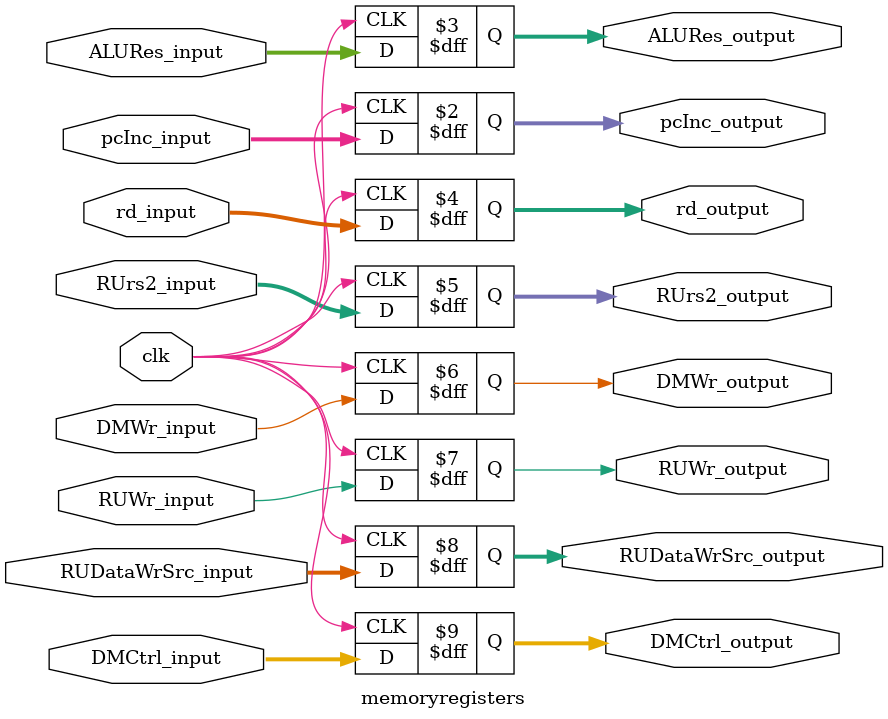
<source format=sv>
module memoryregisters (
    input logic clk,

    input logic [31:0] pcInc_input,
    input logic [31:0] ALURes_input,
    input logic [4:0] rd_input,
    input logic [31:0] RUrs2_input,

    //CONTROL
    input logic DMWr_input,
    input logic RUWr_input,
    input logic [1:0] RUDataWrSrc_input,
    input logic [2:0] DMCtrl_input,


    output logic [31:0] pcInc_output,
    output logic [31:0] ALURes_output,
    output logic [4:0] rd_output,
    output logic [31:0] RUrs2_output,

    //CONTROL
    output logic DMWr_output,
    output logic RUWr_output,
    output logic [1:0] RUDataWrSrc_output,
    output logic [2:0] DMCtrl_output
);

  always @(posedge clk) begin
    pcInc_output <= pcInc_input;
    ALURes_output <= ALURes_input;
    rd_output <= rd_input;
    DMWr_output <= DMWr_input;
    RUWr_output <= RUWr_input;
    RUDataWrSrc_output <= RUDataWrSrc_input;
    DMCtrl_output <= DMCtrl_input;
    RUrs2_output <= RUrs2_input;
  end

endmodule

</source>
